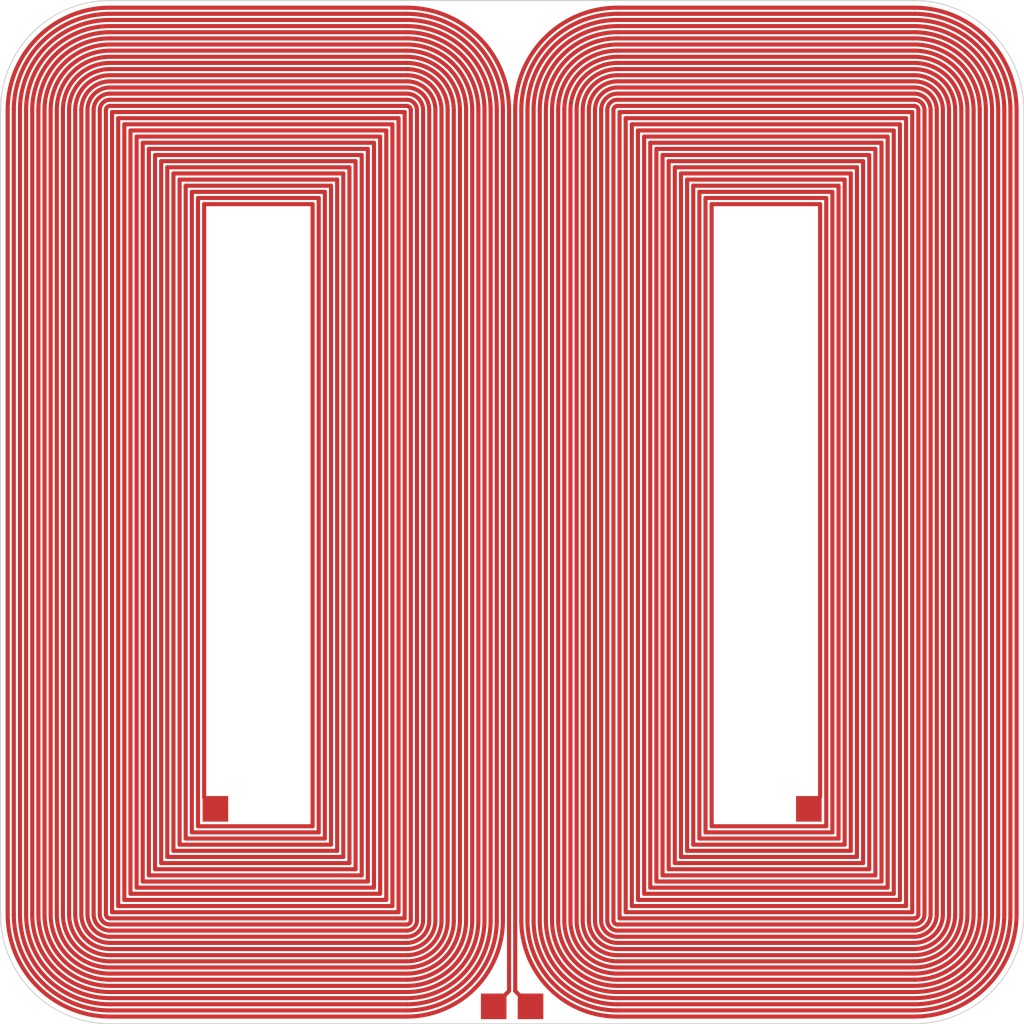
<source format=kicad_pcb>
(kicad_pcb (version 20221018) (generator pcbnew)
  (layers (0 "F.Cu" signal) (31 "B.Cu" signal) (34 "B.Paste" user) (35 "F.Paste" user) (36 "B.SilkS" user "B.Silkscreen") (37 "F.SilkS" user "F.Silkscreen") (38 "B.Mask" user) (39 "F.Mask" user) (44 "Edge.Cuts" user))
  (net 0 "")
  (footprint "MountingHole:MountingHole_2.1mm" (layer "F.Cu") (at 78 122)
    (fp_text reference "REF**" hide)
    (fp_text value "MountingHole_2.1mm" hide)
    (pad "" np_thru_hole circle (at 0 0) (size 2 2) (drill 2) (layers "*.Cu" "*.Mask"))
  )
  (footprint "MountingHole:MountingHole_2.1mm" (layer "F.Cu") (at 122 122)
    (fp_text reference "REF**" hide)
    (fp_text value "MountingHole_2.1mm" hide)
    (pad "" np_thru_hole circle (at 0 0) (size 2 2) (drill 2) (layers "*.Cu" "*.Mask"))
  )
  (footprint "clipboard:f60c125d-a46e-4052-9ba0-15b3719510b7" (layer "F.Cu") (at 71 129)
    (fp_text reference "" (at 0 0) (layer "F.SilkS") (effects (font (size 1.27 1.27))))
    (fp_text value "" (at 0 0) (layer "F.SilkS") (effects (font (size 1.27 1.27))))
    (pad "1" smd rect (at 0 0) (size 2.5 2.5) (layers "F.Cu" "F.Mask"))
  )
  (footprint "clipboard:f60c125d-a46e-4052-9ba0-15b3719510b7" (layer "F.Cu") (at 101.8 148.3)
    (fp_text reference "" (at 0 0) (layer "F.SilkS") (effects (font (size 1.27 1.27))))
    (fp_text value "" (at 0 0) (layer "F.SilkS") (effects (font (size 1.27 1.27))))
    (pad "1" smd rect (at 0 0) (size 2.5 2.5) (layers "F.Cu" "F.Mask"))
  )
  (footprint "MountingHole:MountingHole_2.1mm" (layer "F.Cu") (at 78 78)
    (fp_text reference "REF**" hide)
    (fp_text value "MountingHole_2.1mm" hide)
    (pad "" np_thru_hole circle (at 0 0) (size 2 2) (drill 2) (layers "F&B.Cu" "*.Mask"))
  )
  (footprint "MountingHole:MountingHole_2.1mm" (layer "F.Cu") (at 122 78)
    (fp_text reference "REF**" hide)
    (fp_text value "MountingHole_2.1mm" hide)
    (pad "" np_thru_hole circle (at 0 0) (size 2 2) (drill 2) (layers "*.Cu" "*.Mask"))
  )
  (footprint "clipboard:f60c125d-a46e-4052-9ba0-15b3719510b7" (layer "F.Cu") (at 129 129)
    (fp_text reference "" (at 0 0) (layer "F.SilkS") (effects (font (size 1.27 1.27))))
    (fp_text value "" (at 0 0) (layer "F.SilkS") (effects (font (size 1.27 1.27))))
    (pad "1" smd rect (at 0 0) (size 2.5 2.5) (layers "F.Cu" "F.Mask"))
  )
  (footprint "clipboard:f60c125d-a46e-4052-9ba0-15b3719510b7" (layer "F.Cu") (at 98.2 148.3)
    (fp_text reference "" (at 0 0) (layer "F.SilkS") (effects (font (size 1.27 1.27))))
    (fp_text value "" (at 0 0) (layer "F.SilkS") (effects (font (size 1.27 1.27))))
    (pad "1" smd rect (at 0 0) (size 2.5 2.5) (layers "F.Cu" "F.Mask"))
  )
  (gr_line (start 60.7 50) (end 139.3 50) (stroke (width 0.1)) (layer "Edge.Cuts"))
  (gr_arc (start 139.3 50) (mid 146.866043 53.133957) (end 150 60.7) (stroke (width 0.1)) (layer "Edge.Cuts"))
  (gr_line (start 139.3 150) (end 60.7 150) (stroke (width 0.1)) (layer "Edge.Cuts"))
  (gr_line (start 50 139.3) (end 50 60.7) (stroke (width 0.1)) (layer "Edge.Cuts"))
  (gr_arc (start 60.7 150) (mid 53.133957 146.866043) (end 50 139.3) (stroke (width 0.1)) (layer "Edge.Cuts"))
  (gr_arc (start 50 60.7) (mid 53.133957 53.133957) (end 60.7 50) (stroke (width 0.1)) (layer "Edge.Cuts"))
  (gr_arc (start 150 139.3) (mid 146.866043 146.866043) (end 139.3 150) (stroke (width 0.1)) (layer "Edge.Cuts"))
  (gr_line (start 150 60.7) (end 150 139.3) (stroke (width 0.1)) (layer "Edge.Cuts"))
  (segment (start 136.7 63.3) (end 136.7 136.7) (width 0.4) (layer "F.Cu") (net 0))
  (segment (start 88.3 62.1) (end 62.1 62.1) (width 0.4) (layer "F.Cu") (net 0))
  (segment (start 84.7 134.9) (end 84.7 65.7) (width 0.4) (layer "F.Cu") (net 0))
  (segment (start 143.3 60.7) (end 143.3 139.3) (width 0.4) (layer "F.Cu") (net 0))
  (segment (start 64.5 64.5) (end 64.5 135.5) (width 0.4) (layer "F.Cu") (net 0))
  (segment (start 110.3 54.9) (end 139.3 54.9) (width 0.4) (layer "F.Cu") (net 0))
  (segment (start 115.3 65.7) (end 134.3 65.7) (width 0.4) (layer "F.Cu") (net 0))
  (segment (start 98.5 139.9) (end 98.5 60.7) (width 0.4) (layer "F.Cu") (net 0))
  (segment (start 99.1 139.9) (end 99.1 60.7) (width 0.4) (layer "F.Cu") (net 0))
  (segment (start 65.1 65.1) (end 65.1 134.9) (width 0.4) (layer "F.Cu") (net 0))
  (segment (start 109.9 139.9) (end 109.9 60.7) (width 0.4) (layer "F.Cu") (net 0))
  (segment (start 118.3 131.9) (end 118.3 68.7) (width 0.4) (layer "F.Cu") (net 0))
  (segment (start 82.3 68.1) (end 68.1 68.1) (width 0.4) (layer "F.Cu") (net 0))
  (segment (start 110.3 52.5) (end 139.3 52.5) (width 0.4) (layer "F.Cu") (net 0))
  (segment (start 147.5 60.7) (end 147.5 139.3) (width 0.4) (layer "F.Cu") (net 0))
  (segment (start 111.1 61.5) (end 138.5 61.5) (width 0.4) (layer "F.Cu") (net 0))
  (segment (start 82.9 67.5) (end 67.5 67.5) (width 0.4) (layer "F.Cu") (net 0))
  (segment (start 81.7 68.7) (end 68.7 68.7) (width 0.4) (layer "F.Cu") (net 0))
  (segment (start 116.5 66.9) (end 133.1 66.9) (width 0.4) (layer "F.Cu") (net 0))
  (segment (start 86.5 63.9) (end 63.9 63.9) (width 0.4) (layer "F.Cu") (net 0))
  (segment (start 106.9 139.9) (end 106.9 60.7) (width 0.4) (layer "F.Cu") (net 0))
  (segment (start 146.3 60.7) (end 146.3 139.3) (width 0.4) (layer "F.Cu") (net 0))
  (segment (start 60.7 144.5) (end 89.7 144.5) (width 0.4) (layer "F.Cu") (net 0))
  (segment (start 98.2 148.3) (end 99.7 146.8) (width 0.4) (layer "F.Cu") (net 0))
  (segment (start 133.1 133.1) (end 117.1 133.1) (width 0.4) (layer "F.Cu") (net 0))
  (segment (start 89.5 60.9) (end 60.9 60.9) (width 0.4) (layer "F.Cu") (net 0))
  (segment (start 136.1 63.9) (end 136.1 136.1) (width 0.4) (layer "F.Cu") (net 0))
  (segment (start 101.5 139.9) (end 101.5 60.7) (width 0.4) (layer "F.Cu") (net 0))
  (segment (start 139.1 139.1) (end 111.1 139.1) (width 0.4) (layer "F.Cu") (net 0))
  (segment (start 97.9 139.9) (end 97.9 60.7) (width 0.4) (layer "F.Cu") (net 0))
  (segment (start 137.3 137.3) (end 112.9 137.3) (width 0.4) (layer "F.Cu") (net 0))
  (segment (start 82.3 132.5) (end 82.3 68.1) (width 0.4) (layer "F.Cu") (net 0))
  (segment (start 61.5 138.5) (end 88.3 138.5) (width 0.4) (layer "F.Cu") (net 0))
  (segment (start 143.9 60.7) (end 143.9 139.3) (width 0.4) (layer "F.Cu") (net 0))
  (segment (start 139.3 141.5) (end 110.3 141.5) (width 0.4) (layer "F.Cu") (net 0))
  (segment (start 113.5 136.7) (end 113.5 63.9) (width 0.4) (layer "F.Cu") (net 0))
  (segment (start 68.1 68.1) (end 68.1 131.9) (width 0.4) (layer "F.Cu") (net 0))
  (segment (start 139.1 60.9) (end 139.1 139.1) (width 0.4) (layer "F.Cu") (net 0))
  (segment (start 118.9 69.3) (end 130.7 69.3) (width 0.4) (layer "F.Cu") (net 0))
  (segment (start 60.7 149.3) (end 89.7 149.3) (width 0.4) (layer "F.Cu") (net 0))
  (segment (start 62.7 62.7) (end 62.7 137.3) (width 0.4) (layer "F.Cu") (net 0))
  (segment (start 59.1 60.7) (end 59.1 139.3) (width 0.4) (layer "F.Cu") (net 0))
  (segment (start 50.7 60.7) (end 50.7 139.3) (width 0.4) (layer "F.Cu") (net 0))
  (segment (start 139.3 147.5) (end 110.3 147.5) (width 0.4) (layer "F.Cu") (net 0))
  (segment (start 91.3 139.9) (end 91.3 60.7) (width 0.4) (layer "F.Cu") (net 0))
  (segment (start 96.1 139.9) (end 96.1 60.7) (width 0.4) (layer "F.Cu") (net 0))
  (segment (start 117.7 132.5) (end 117.7 68.1) (width 0.4) (layer "F.Cu") (net 0))
  (segment (start 69.9 127.9) (end 71 129) (width 0.4) (layer "F.Cu") (net 0))
  (segment (start 101.8 148.3) (end 100.3 146.8) (width 0.4) (layer "F.Cu") (net 0))
  (segment (start 117.1 133.1) (end 117.1 67.5) (width 0.4) (layer "F.Cu") (net 0))
  (segment (start 60.7 143.9) (end 89.7 143.9) (width 0.4) (layer "F.Cu") (net 0))
  (segment (start 94.3 139.9) (end 94.3 60.7) (width 0.4) (layer "F.Cu") (net 0))
  (segment (start 56.1 60.7) (end 56.1 139.3) (width 0.4) (layer "F.Cu") (net 0))
  (segment (start 141.5 60.7) (end 141.5 139.3) (width 0.4) (layer "F.Cu") (net 0))
  (segment (start 145.7 60.7) (end 145.7 139.3) (width 0.4) (layer "F.Cu") (net 0))
  (segment (start 60.7 140.9) (end 89.7 140.9) (width 0.4) (layer "F.Cu") (net 0))
  (segment (start 93.7 139.9) (end 93.7 60.7) (width 0.4) (layer "F.Cu") (net 0))
  (segment (start 114.1 64.5) (end 135.5 64.5) (width 0.4) (layer "F.Cu") (net 0))
  (segment (start 87.1 63.3) (end 63.3 63.3) (width 0.4) (layer "F.Cu") (net 0))
  (segment (start 111.1 139.1) (end 111.1 61.5) (width 0.4) (layer "F.Cu") (net 0))
  (segment (start 137.9 137.9) (end 112.3 137.9) (width 0.4) (layer "F.Cu") (net 0))
  (segment (start 132.5 132.5) (end 117.7 132.5) (width 0.4) (layer "F.Cu") (net 0))
  (segment (start 110.3 51.9) (end 139.3 51.9) (width 0.4) (layer "F.Cu") (net 0))
  (segment (start 134.3 134.3) (end 115.9 134.3) (width 0.4) (layer "F.Cu") (net 0))
  (segment (start 89.7 59.1) (end 60.7 59.1) (width 0.4) (layer "F.Cu") (net 0))
  (segment (start 119.5 69.9) (end 130.1 69.9) (width 0.4) (layer "F.Cu") (net 0))
  (segment (start 59.7 60.7) (end 59.7 139.3) (width 0.4) (layer "F.Cu") (net 0))
  (segment (start 111.7 138.5) (end 111.7 62.1) (width 0.4) (layer "F.Cu") (net 0))
  (segment (start 89.5 139.7) (end 89.5 60.9) (width 0.4) (layer "F.Cu") (net 0))
  (segment (start 112.3 62.7) (end 137.3 62.7) (width 0.4) (layer "F.Cu") (net 0))
  (segment (start 117.1 67.5) (end 132.5 67.5) (width 0.4) (layer "F.Cu") (net 0))
  (segment (start 149.3 60.7) (end 149.3 139.3) (width 0.4) (layer "F.Cu") (net 0))
  (segment (start 139.3 142.7) (end 110.3 142.7) (width 0.4) (layer "F.Cu") (net 0))
  (segment (start 60.7 141.5) (end 89.7 141.5) (width 0.4) (layer "F.Cu") (net 0))
  (segment (start 107.5 139.9) (end 107.5 60.7) (width 0.4) (layer "F.Cu") (net 0))
  (segment (start 131.9 131.9) (end 118.3 131.9) (width 0.4) (layer "F.Cu") (net 0))
  (segment (start 82.9 133.1) (end 82.9 67.5) (width 0.4) (layer "F.Cu") (net 0))
  (segment (start 110.3 51.3) (end 139.3 51.3) (width 0.4) (layer "F.Cu") (net 0))
  (segment (start 110.3 54.3) (end 139.3 54.3) (width 0.4) (layer "F.Cu") (net 0))
  (segment (start 108.7 139.9) (end 108.7 60.7) (width 0.4) (layer "F.Cu") (net 0))
  (segment (start 51.9 60.7) (end 51.9 139.3) (width 0.4) (layer "F.Cu") (net 0))
  (segment (start 145.1 60.7) (end 145.1 139.3) (width 0.4) (layer "F.Cu") (net 0))
  (segment (start 60.7 140.3) (end 89.7 140.3) (width 0.4) (layer "F.Cu") (net 0))
  (segment (start 110.3 60.3) (end 139.3 60.3) (width 0.4) (layer "F.Cu") (net 0))
  (segment (start 100.3 146.8) (end 100.3 60.7) (width 0.4) (layer "F.Cu") (net 0))
  (segment (start 113.5 63.9) (end 136.1 63.9) (width 0.4) (layer "F.Cu") (net 0))
  (segment (start 89.7 56.7) (end 60.7 56.7) (width 0.4) (layer "F.Cu") (net 0))
  (segment (start 131.3 68.7) (end 131.3 131.3) (width 0.4) (layer "F.Cu") (net 0))
  (segment (start 67.5 67.5) (end 67.5 132.5) (width 0.4) (layer "F.Cu") (net 0))
  (segment (start 96.7 139.9) (end 96.7 60.7) (width 0.4) (layer "F.Cu") (net 0))
  (segment (start 67.5 132.5) (end 82.3 132.5) (width 0.4) (layer "F.Cu") (net 0))
  (segment (start 60.7 148.7) (end 89.7 148.7) (width 0.4) (layer "F.Cu") (net 0))
  (segment (start 135.5 64.5) (end 135.5 135.5) (width 0.4) (layer "F.Cu") (net 0))
  (segment (start 108.1 139.9) (end 108.1 60.7) (width 0.4) (layer "F.Cu") (net 0))
  (segment (start 65.7 65.7) (end 65.7 134.3) (width 0.4) (layer "F.Cu") (net 0))
  (segment (start 89.7 51.9) (end 60.7 51.9) (width 0.4) (layer "F.Cu") (net 0))
  (segment (start 116.5 133.7) (end 116.5 66.9) (width 0.4) (layer "F.Cu") (net 0))
  (segment (start 136.1 136.1) (end 114.1 136.1) (width 0.4) (layer "F.Cu") (net 0))
  (segment (start 106.3 139.9) (end 106.3 60.7) (width 0.4) (layer "F.Cu") (net 0))
  (segment (start 130.7 69.3) (end 130.7 130.7) (width 0.4) (layer "F.Cu") (net 0))
  (segment (start 91.9 139.9) (end 91.9 60.7) (width 0.4) (layer "F.Cu") (net 0))
  (segment (start 57.9 60.7) (end 57.9 139.3) (width 0.4) (layer "F.Cu") (net 0))
  (segment (start 105.7 139.9) (end 105.7 60.7) (width 0.4) (layer "F.Cu") (net 0))
  (segment (start 66.9 133.1) (end 82.9 133.1) (width 0.4) (layer "F.Cu") (net 0))
  (segment (start 138.5 138.5) (end 111.7 138.5) (width 0.4) (layer "F.Cu") (net 0))
  (segment (start 137.9 62.1) (end 137.9 137.9) (width 0.4) (layer "F.Cu") (net 0))
  (segment (start 100.9 139.9) (end 100.9 60.7) (width 0.4) (layer "F.Cu") (net 0))
  (segment (start 56.7 60.7) (end 56.7 139.3) (width 0.4) (layer "F.Cu") (net 0))
  (segment (start 110.3 53.1) (end 139.3 53.1) (width 0.4) (layer "F.Cu") (net 0))
  (segment (start 99.7 146.8) (end 99.7 60.7) (width 0.4) (layer "F.Cu") (net 0))
  (segment (start 60.7 142.1) (end 89.7 142.1) (width 0.4) (layer "F.Cu") (net 0))
  (segment (start 112.3 137.9) (end 112.3 62.7) (width 0.4) (layer "F.Cu") (net 0))
  (segment (start 85.9 64.5) (end 64.5 64.5) (width 0.4) (layer "F.Cu") (net 0))
  (segment (start 89.7 51.3) (end 60.7 51.3) (width 0.4) (layer "F.Cu") (net 0))
  (segment (start 69.3 69.3) (end 69.3 130.7) (width 0.4) (layer "F.Cu") (net 0))
  (segment (start 62.7 137.3) (end 87.1 137.3) (width 0.4) (layer "F.Cu") (net 0))
  (segment (start 62.1 137.9) (end 87.7 137.9) (width 0.4) (layer "F.Cu") (net 0))
  (segment (start 118.3 68.7) (end 131.3 68.7) (width 0.4) (layer "F.Cu") (net 0))
  (segment (start 60.7 145.1) (end 89.7 145.1) (width 0.4) (layer "F.Cu") (net 0))
  (segment (start 114.7 65.1) (end 134.9 65.1) (width 0.4) (layer "F.Cu") (net 0))
  (segment (start 83.5 66.9) (end 66.9 66.9) (width 0.4) (layer "F.Cu") (net 0))
  (segment (start 87.1 137.3) (end 87.1 63.3) (width 0.4) (layer "F.Cu") (net 0))
  (segment (start 102.7 139.9) (end 102.7 60.7) (width 0.4) (layer "F.Cu") (net 0))
  (segment (start 60.7 143.3) (end 89.7 143.3) (width 0.4) (layer "F.Cu") (net 0))
  (segment (start 132.5 67.5) (end 132.5 132.5) (width 0.4) (layer "F.Cu") (net 0))
  (segment (start 60.7 145.7) (end 89.7 145.7) (width 0.4) (layer "F.Cu") (net 0))
  (segment (start 103.3 139.9) (end 103.3 60.7) (width 0.4) (layer "F.Cu") (net 0))
  (segment (start 102.1 139.9) (end 102.1 60.7) (width 0.4) (layer "F.Cu") (net 0))
  (segment (start 89.7 54.9) (end 60.7 54.9) (width 0.4) (layer "F.Cu") (net 0))
  (segment (start 62.1 62.1) (end 62.1 137.9) (width 0.4) (layer "F.Cu") (net 0))
  (segment (start 139.7 60.7) (end 139.7 139.3) (width 0.4) (layer "F.Cu") (net 0))
  (segment (start 65.1 134.9) (end 84.7 134.9) (width 0.4) (layer "F.Cu") (net 0))
  (segment (start 110.3 56.1) (end 139.3 56.1) (width 0.4) (layer "F.Cu") (net 0))
  (segment (start 133.7 133.7) (end 116.5 133.7) (width 0.4) (layer "F.Cu") (net 0))
  (segment (start 144.5 60.7) (end 144.5 139.3) (width 0.4) (layer "F.Cu") (net 0))
  (segment (start 54.3 60.7) (end 54.3 139.3) (width 0.4) (layer "F.Cu") (net 0))
  (segment (start 134.3 65.7) (end 134.3 134.3) (width 0.4) (layer "F.Cu") (net 0))
  (segment (start 60.9 139.1) (end 88.9 139.1) (width 0.4) (layer "F.Cu") (net 0))
  (segment (start 139.3 146.3) (end 110.3 146.3) (width 0.4) (layer "F.Cu") (net 0))
  (segment (start 110.3 50.7) (end 139.3 50.7) (width 0.4) (layer "F.Cu") (net 0))
  (segment (start 139.3 145.7) (end 110.3 145.7) (width 0.4) (layer "F.Cu") (net 0))
  (segment (start 69.3 130.7) (end 80.5 130.7) (width 0.4) (layer "F.Cu") (net 0))
  (segment (start 85.3 65.1) (end 65.1 65.1) (width 0.4) (layer "F.Cu") (net 0))
  (segment (start 140.3 60.7) (end 140.3 139.3) (width 0.4) (layer "F.Cu") (net 0))
  (segment (start 80.5 130.7) (end 80.5 69.9) (width 0.4) (layer "F.Cu") (net 0))
  (segment (start 114.1 136.1) (end 114.1 64.5) (width 0.4) (layer "F.Cu") (net 0))
  (segment (start 104.5 139.9) (end 104.5 60.7) (width 0.4) (layer "F.Cu") (net 0))
  (segment (start 52.5 60.7) (end 52.5 139.3) (width 0.4) (layer "F.Cu") (net 0))
  (segment (start 66.3 133.7) (end 83.5 133.7) (width 0.4) (layer "F.Cu") (net 0))
  (segment (start 110.3 57.3) (end 139.3 57.3) (width 0.4) (layer "F.Cu") (net 0))
  (segment (start 109.3 139.9) (end 109.3 60.7) (width 0.4) (layer "F.Cu") (net 0))
  (segment (start 89.7 57.3) (end 60.7 57.3) (width 0.4) (layer "F.Cu") (net 0))
  (segment (start 139.3 143.9) (end 110.3 143.9) (width 0.4) (layer "F.Cu") (net 0))
  (segment (start 148.7 60.7) (end 148.7 139.3) (width 0.4) (layer "F.Cu") (net 0))
  (segment (start 112.9 137.3) (end 112.9 63.3) (width 0.4) (layer "F.Cu") (net 0))
  (segment (start 146.9 60.7) (end 146.9 139.3) (width 0.4) (layer "F.Cu") (net 0))
  (segment (start 89.7 59.7) (end 60.7 59.7) (width 0.4) (layer "F.Cu") (net 0))
  (segment (start 89.7 54.3) (end 60.7 54.3) (width 0.4) (layer "F.Cu") (net 0))
  (segment (start 63.3 63.3) (end 63.3 136.7) (width 0.4) (layer "F.Cu") (net 0))
  (segment (start 60.7 146.9) (end 89.7 146.9) (width 0.4) (layer "F.Cu") (net 0))
  (segment (start 110.3 56.7) (end 139.3 56.7) (width 0.4) (layer "F.Cu") (net 0))
  (segment (start 94.9 139.9) (end 94.9 60.7) (width 0.4) (layer "F.Cu") (net 0))
  (segment (start 61.5 61.5) (end 61.5 138.5) (width 0.4) (layer "F.Cu") (net 0))
  (segment (start 112.9 63.3) (end 136.7 63.3) (width 0.4) (layer "F.Cu") (net 0))
  (segment (start 89.7 53.7) (end 60.7 53.7) (width 0.4) (layer "F.Cu") (net 0))
  (segment (start 137.3 62.7) (end 137.3 137.3) (width 0.4) (layer "F.Cu") (net 0))
  (segment (start 139.3 148.7) (end 110.3 148.7) (width 0.4) (layer "F.Cu") (net 0))
  (segment (start 54.9 60.7) (end 54.9 139.3) (width 0.4) (layer "F.Cu") (net 0))
  (segment (start 134.9 134.9) (end 115.3 134.9) (width 0.4) (layer "F.Cu") (net 0))
  (segment (start 55.5 60.7) (end 55.5 139.3) (width 0.4) (layer "F.Cu") (net 0))
  (segment (start 81.1 69.3) (end 69.3 69.3) (width 0.4) (layer "F.Cu") (net 0))
  (segment (start 110.5 139.7) (end 110.5 60.9) (width 0.4) (layer "F.Cu") (net 0))
  (segment (start 51.3 60.7) (end 51.3 139.3) (width 0.4) (layer "F.Cu") (net 0))
  (segment (start 92.5 139.9) (end 92.5 60.7) (width 0.4) (layer "F.Cu") (net 0))
  (segment (start 60.7 147.5) (end 89.7 147.5) (width 0.4) (layer "F.Cu") (net 0))
  (segment (start 63.9 63.9) (end 63.9 136.1) (width 0.4) (layer "F.Cu") (net 0))
  (segment (start 69.9 69.9) (end 69.9 127.9) (width 0.4) (layer "F.Cu") (net 0))
  (segment (start 115.9 134.3) (end 115.9 66.3) (width 0.4) (layer "F.Cu") (net 0))
  (segment (start 139.3 144.5) (end 110.3 144.5) (width 0.4) (layer "F.Cu") (net 0))
  (segment (start 110.3 59.7) (end 139.3 59.7) (width 0.4) (layer "F.Cu") (net 0))
  (segment (start 131.3 131.3) (end 118.9 131.3) (width 0.4) (layer "F.Cu") (net 0))
  (segment (start 87.7 62.7) (end 62.7 62.7) (width 0.4) (layer "F.Cu") (net 0))
  (segment (start 53.1 60.7) (end 53.1 139.3) (width 0.4) (layer "F.Cu") (net 0))
  (segment (start 89.7 57.9) (end 60.7 57.9) (width 0.4) (layer "F.Cu") (net 0))
  (segment (start 58.5 60.7) (end 58.5 139.3) (width 0.4) (layer "F.Cu") (net 0))
  (segment (start 80.5 69.9) (end 69.9 69.9) (width 0.4) (layer "F.Cu") (net 0))
  (segment (start 89.7 52.5) (end 60.7 52.5) (width 0.4) (layer "F.Cu") (net 0))
  (segment (start 142.1 60.7) (end 142.1 139.3) (width 0.4) (layer "F.Cu") (net 0))
  (segment (start 68.7 68.7) (end 68.7 131.3) (width 0.4) (layer "F.Cu") (net 0))
  (segment (start 133.7 66.3) (end 133.7 133.7) (width 0.4) (layer "F.Cu") (net 0))
  (segment (start 85.3 135.5) (end 85.3 65.1) (width 0.4) (layer "F.Cu") (net 0))
  (segment (start 89.7 58.5) (end 60.7 58.5) (width 0.4) (layer "F.Cu") (net 0))
  (segment (start 87.7 137.9) (end 87.7 62.7) (width 0.4) (layer "F.Cu") (net 0))
  (segment (start 88.9 139.1) (end 88.9 61.5) (width 0.4) (layer "F.Cu") (net 0))
  (segment (start 139.3 148.1) (end 110.3 148.1) (width 0.4) (layer "F.Cu") (net 0))
  (segment (start 111.7 62.1) (end 137.9 62.1) (width 0.4) (layer "F.Cu") (net 0))
  (segment (start 133.1 66.9) (end 133.1 133.1) (width 0.4) (layer "F.Cu") (net 0))
  (segment (start 64.5 135.5) (end 85.3 135.5) (width 0.4) (layer "F.Cu") (net 0))
  (segment (start 89.7 53.1) (end 60.7 53.1) (width 0.4) (layer "F.Cu") (net 0))
  (segment (start 88.3 138.5) (end 88.3 62.1) (width 0.4) (layer "F.Cu") (net 0))
  (segment (start 130.1 127.8) (end 128.9 129) (width 0.4) (layer "F.Cu") (net 0))
  (segment (start 138.5 61.5) (end 138.5 138.5) (width 0.4) (layer "F.Cu") (net 0))
  (segment (start 68.7 131.3) (end 81.1 131.3) (width 0.4) (layer "F.Cu") (net 0))
  (segment (start 66.9 66.9) (end 66.9 133.1) (width 0.4) (layer "F.Cu") (net 0))
  (segment (start 110.5 60.9) (end 139.1 60.9) (width 0.4) (layer "F.Cu") (net 0))
  (segment (start 135.5 135.5) (end 114.7 135.5) (width 0.4) (layer "F.Cu") (net 0))
  (segment (start 119.5 130.7) (end 119.5 69.9) (width 0.4) (layer "F.Cu") (net 0))
  (segment (start 139.3 145.1) (end 110.3 145.1) (width 0.4) (layer "F.Cu") (net 0))
  (segment (start 81.1 131.3) (end 81.1 69.3) (width 0.4) (layer "F.Cu") (net 0))
  (segment (start 89.7 56.1) (end 60.7 56.1) (width 0.4) (layer "F.Cu") (net 0))
  (segment (start 84.7 65.7) (end 65.7 65.7) (width 0.4) (layer "F.Cu") (net 0))
  (segment (start 110.3 59.1) (end 139.3 59.1) (width 0.4) (layer "F.Cu") (net 0))
  (segment (start 105.1 139.9) (end 105.1 60.7) (width 0.4) (layer "F.Cu") (net 0))
  (segment (start 110.3 57.9) (end 139.3 57.9) (width 0.4) (layer "F.Cu") (net 0))
  (segment (start 60.7 139.7) (end 89.5 139.7) (width 0.4) (layer "F.Cu") (net 0))
  (segment (start 139.3 140.9) (end 110.3 140.9) (width 0.4) (layer "F.Cu") (net 0))
  (segment (start 65.7 134.3) (end 84.1 134.3) (width 0.4) (layer "F.Cu") (net 0))
  (segment (start 89.7 55.5) (end 60.7 55.5) (width 0.4) (layer "F.Cu") (net 0))
  (segment (start 89.7 60.3) (end 60.7 60.3) (width 0.4) (layer "F.Cu") (net 0))
  (segment (start 139.3 142.1) (end 110.3 142.1) (width 0.4) (layer "F.Cu") (net 0))
  (segment (start 118.9 131.3) (end 118.9 69.3) (width 0.4) (layer "F.Cu") (net 0))
  (segment (start 110.3 58.5) (end 139.3 58.5) (width 0.4) (layer "F.Cu") (net 0))
  (segment (start 66.3 66.3) (end 66.3 133.7) (width 0.4) (layer "F.Cu") (net 0))
  (segment (start 139.3 140.3) (end 110.3 140.3) (width 0.4) (layer "F.Cu") (net 0))
  (segment (start 110.3 53.7) (end 139.3 53.7) (width 0.4) (layer "F.Cu") (net 0))
  (segment (start 139.3 146.9) (end 110.3 146.9) (width 0.4) (layer "F.Cu") (net 0))
  (segment (start 139.3 139.7) (end 110.5 139.7) (width 0.4) (layer "F.Cu") (net 0))
  (segment (start 90.1 139.9) (end 90.1 60.7) (width 0.4) (layer "F.Cu") (net 0))
  (segment (start 136.7 136.7) (end 113.5 136.7) (width 0.4) (layer "F.Cu") (net 0))
  (segment (start 115.9 66.3) (end 133.7 66.3) (width 0.4) (layer "F.Cu") (net 0))
  (segment (start 130.1 69.9) (end 130.1 127.8) (width 0.4) (layer "F.Cu") (net 0))
  (segment (start 139.3 149.3) (end 110.3 149.3) (width 0.4) (layer "F.Cu") (net 0))
  (segment (start 60.3 60.7) (end 60.3 139.3) (width 0.4) (layer "F.Cu") (net 0))
  (segment (start 110.3 55.5) (end 139.3 55.5) (width 0.4) (layer "F.Cu") (net 0))
  (segment (start 86.5 136.7) (end 86.5 63.9) (width 0.4) (layer "F.Cu") (net 0))
  (segment (start 85.9 136.1) (end 85.9 64.5) (width 0.4) (layer "F.Cu") (net 0))
  (segment (start 84.1 66.3) (end 66.3 66.3) (width 0.4) (layer "F.Cu") (net 0))
  (segment (start 93.1 139.9) (end 93.1 60.7) (width 0.4) (layer "F.Cu") (net 0))
  (segment (start 57.3 60.7) (end 57.3 139.3) (width 0.4) (layer "F.Cu") (net 0))
  (segment (start 95.5 139.9) (end 95.5 60.7) (width 0.4) (layer "F.Cu") (net 0))
  (segment (start 97.3 139.9) (end 97.3 60.7) (width 0.4) (layer "F.Cu") (net 0))
  (segment (start 115.3 134.9) (end 115.3 65.7) (width 0.4) (layer "F.Cu") (net 0))
  (segment (start 117.7 68.1) (end 131.9 68.1) (width 0.4) (layer "F.Cu") (net 0))
  (segment (start 60.7 142.7) (end 89.7 142.7) (width 0.4) (layer "F.Cu") (net 0))
  (segment (start 63.9 136.1) (end 85.9 136.1) (width 0.4) (layer "F.Cu") (net 0))
  (segment (start 60.7 148.1) (end 89.7 148.1) (width 0.4) (layer "F.Cu") (net 0))
  (segment (start 89.7 50.7) (end 60.7 50.7) (width 0.4) (layer "F.Cu") (net 0))
  (segment (start 63.3 136.7) (end 86.5 136.7) (width 0.4) (layer "F.Cu") (net 0))
  (segment (start 131.9 68.1) (end 131.9 131.9) (width 0.4) (layer "F.Cu") (net 0))
  (segment (start 130.7 130.7) (end 119.5 130.7) (width 0.4) (layer "F.Cu") (net 0))
  (segment (start 68.1 131.9) (end 81.7 131.9) (width 0.4) (layer "F.Cu") (net 0))
  (segment (start 88.9 61.5) (end 61.5 61.5) (width 0.4) (layer "F.Cu") (net 0))
  (segment (start 84.1 134.3) (end 84.1 66.3) (width 0.4) (layer "F.Cu") (net 0))
  (segment (start 53.7 60.7) (end 53.7 139.3) (width 0.4) (layer "F.Cu") (net 0))
  (segment (start 140.9 60.7) (end 140.9 139.3) (width 0.4) (layer "F.Cu") (net 0))
  (segment (start 142.7 60.7) (end 142.7 139.3) (width 0.4) (layer "F.Cu") (net 0))
  (segment (start 60.9 60.9) (end 60.9 139.1) (width 0.4) (layer "F.Cu") (net 0))
  (segment (start 114.7 135.5) (end 114.7 65.1) (width 0.4) (layer "F.Cu") (net 0))
  (segment (start 90.7 139.9) (end 90.7 60.7) (width 0.4) (layer "F.Cu") (net 0))
  (segment (start 83.5 133.7) (end 83.5 66.9) (width 0.4) (layer "F.Cu") (net 0))
  (segment (start 148.1 60.7) (end 148.1 139.3) (width 0.4) (layer "F.Cu") (net 0))
  (segment (start 134.9 65.1) (end 134.9 134.9) (width 0.4) (layer "F.Cu") (net 0))
  (segment (start 81.7 131.9) (end 81.7 68.7) (width 0.4) (layer "F.Cu") (net 0))
  (segment (start 139.3 143.3) (end 110.3 143.3) (width 0.4) (layer "F.Cu") (net 0))
  (segment (start 103.9 139.9) (end 103.9 60.7) (width 0.4) (layer "F.Cu") (net 0))
  (segment (start 60.7 146.3) (end 89.7 146.3) (width 0.4) (layer "F.Cu") (net 0))
  (arc (start 60.7 51.3) (mid 54.053196 54.053196) (end 51.3 60.7) (width 0.4) (layer "F.Cu") (net 0))
  (arc (start 94.3 60.7) (mid 92.952691 57.447309) (end 89.7 56.1) (width 0.4) (layer "F.Cu") (net 0))
  (arc (start 109.9 60.7) (mid 110.017157 60.417157) (end 110.3 60.3) (width 0.4) (layer "F.Cu") (net 0))
  (arc (start 110.3 141.5) (mid 109.168629 141.031371) (end 108.7 139.9) (width 0.4) (layer "F.Cu") (net 0))
  (arc (start 110.3 148.1) (mid 104.501724 145.698276) (end 102.1 139.9) (width 0.4) (layer "F.Cu") (net 0))
  (arc (start 59.7 139.3) (mid 59.992893 140.007107) (end 60.7 140.3) (width 0.4) (layer "F.Cu") (net 0))
  (arc (start 105.7 60.7) (mid 107.047309 57.447309) (end 110.3 56.1) (width 0.4) (layer "F.Cu") (net 0))
  (arc (start 58.5 139.3) (mid 59.144365 140.855635) (end 60.7 141.5) (width 0.4) (layer "F.Cu") (net 0))
  (arc (start 100.3 60.7) (mid 103.228932 53.628932) (end 110.3 50.7) (width 0.4) (layer "F.Cu") (net 0))
  (arc (start 110.3 143.3) (mid 107.895837 142.304163) (end 106.9 139.9) (width 0.4) (layer "F.Cu") (net 0))
  (arc (start 89.7 145.7) (mid 93.801219 144.001219) (end 95.5 139.9) (width 0.4) (layer "F.Cu") (net 0))
  (arc (start 89.7 146.3) (mid 94.225483 144.425483) (end 96.1 139.9) (width 0.4) (layer "F.Cu") (net 0))
  (arc (start 60.7 57.9) (mid 58.720101 58.720101) (end 57.9 60.7) (width 0.4) (layer "F.Cu") (net 0))
  (arc (start 139.3 54.3) (mid 143.825483 56.174517) (end 145.7 60.7) (width 0.4) (layer "F.Cu") (net 0))
  (arc (start 99.7 60.7) (mid 96.771068 53.628932) (end 89.7 50.7) (width 0.4) (layer "F.Cu") (net 0))
  (arc (start 139.3 56.7) (mid 142.128427 57.871573) (end 143.3 60.7) (width 0.4) (layer "F.Cu") (net 0))
  (arc (start 60.7 55.5) (mid 57.023045 57.023045) (end 55.5 60.7) (width 0.4) (layer "F.Cu") (net 0))
  (arc (start 142.1 139.3) (mid 141.279899 141.279899) (end 139.3 142.1) (width 0.4) (layer "F.Cu") (net 0))
  (arc (start 89.7 149.3) (mid 96.346804 146.546804) (end 99.1 139.9) (width 0.4) (layer "F.Cu") (net 0))
  (arc (start 60.3 139.3) (mid 60.417157 139.582843) (end 60.7 139.7) (width 0.4) (layer "F.Cu") (net 0))
  (arc (start 139.3 60.3) (mid 139.582843 60.417157) (end 139.7 60.7) (width 0.4) (layer "F.Cu") (net 0))
  (arc (start 139.3 53.1) (mid 144.674012 55.325988) (end 146.9 60.7) (width 0.4) (layer "F.Cu") (net 0))
  (arc (start 51.3 139.3) (mid 54.053196 145.946804) (end 60.7 148.7) (width 0.4) (layer "F.Cu") (net 0))
  (arc (start 91.3 60.7) (mid 90.831371 59.568629) (end 89.7 59.1) (width 0.4) (layer "F.Cu") (net 0))
  (arc (start 98.5 60.7) (mid 95.92254 54.47746) (end 89.7 51.9) (width 0.4) (layer "F.Cu") (net 0))
  (arc (start 141.5 139.3) (mid 140.855635 140.855635) (end 139.3 141.5) (width 0.4) (layer "F.Cu") (net 0))
  (arc (start 57.9 139.3) (mid 58.720101 141.279899) (end 60.7 142.1) (width 0.4) (layer "F.Cu") (net 0))
  (arc (start 110.3 147.5) (mid 104.925988 145.274012) (end 102.7 139.9) (width 0.4) (layer "F.Cu") (net 0))
  (arc (start 139.7 139.3) (mid 139.582843 139.582843) (end 139.3 139.7) (width 0.4) (layer "F.Cu") (net 0))
  (arc (start 104.5 60.7) (mid 106.198781 56.598781) (end 110.3 54.9) (width 0.4) (layer "F.Cu") (net 0))
  (arc (start 97.9 60.7) (mid 95.498276 54.901724) (end 89.7 52.5) (width 0.4) (layer "F.Cu") (net 0))
  (arc (start 139.3 51.9) (mid 145.52254 54.47746) (end 148.1 60.7) (width 0.4) (layer "F.Cu") (net 0))
  (arc (start 99.1 60.7) (mid 96.346804 54.053196) (end 89.7 51.3) (width 0.4) (layer "F.Cu") (net 0))
  (arc (start 56.7 139.3) (mid 57.871573 142.128427) (end 60.7 143.3) (width 0.4) (layer "F.Cu") (net 0))
  (arc (start 139.3 57.9) (mid 141.279899 58.720101) (end 142.1 60.7) (width 0.4) (layer "F.Cu") (net 0))
  (arc (start 96.7 60.7) (mid 94.649747 55.750253) (end 89.7 53.7) (width 0.4) (layer "F.Cu") (net 0))
  (arc (start 110.3 146.9) (mid 105.350253 144.849747) (end 103.3 139.9) (width 0.4) (layer "F.Cu") (net 0))
  (arc (start 89.7 143.9) (mid 92.528427 142.728427) (end 93.7 139.9) (width 0.4) (layer "F.Cu") (net 0))
  (arc (start 52.5 139.3) (mid 54.901724 145.098276) (end 60.7 147.5) (width 0.4) (layer "F.Cu") (net 0))
  (arc (start 100.9 60.7) (mid 103.653196 54.053196) (end 110.3 51.3) (width 0.4) (layer "F.Cu") (net 0))
  (arc (start 89.7 142.7) (mid 91.679899 141.879899) (end 92.5 139.9) (width 0.4) (layer "F.Cu") (net 0))
  (arc (start 146.3 139.3) (mid 144.249747 144.249747) (end 139.3 146.3) (width 0.4) (layer "F.Cu") (net 0))
  (arc (start 54.3 139.3) (mid 56.174517 143.825483) (end 60.7 145.7) (width 0.4) (layer "F.Cu") (net 0))
  (arc (start 103.9 60.7) (mid 105.774517 56.174517) (end 110.3 54.3) (width 0.4) (layer "F.Cu") (net 0))
  (arc (start 90.1 60.7) (mid 89.982843 60.417157) (end 89.7 60.3) (width 0.4) (layer "F.Cu") (net 0))
  (arc (start 110.3 145.7) (mid 106.198781 144.001219) (end 104.5 139.9) (width 0.4) (layer "F.Cu") (net 0))
  (arc (start 139.3 51.3) (mid 145.946804 54.053196) (end 148.7 60.7) (width 0.4) (layer "F.Cu") (net 0))
  (arc (start 140.9 139.3) (mid 140.431371 140.431371) (end 139.3 140.9) (width 0.4) (layer "F.Cu") (net 0))
  (arc (start 105.1 60.7) (mid 106.623045 57.023045) (end 110.3 55.5) (width 0.4) (layer "F.Cu") (net 0))
  (arc (start 89.7 140.9) (mid 90.407107 140.607107) (end 90.7 139.9) (width 0.4) (layer "F.Cu") (net 0))
  (arc (start 60.7 56.1) (mid 57.447309 57.447309) (end 56.1 60.7) (width 0.4) (layer "F.Cu") (net 0))
  (arc (start 140.3 139.3) (mid 140.007107 140.007107) (end 139.3 140.3) (width 0.4) (layer "F.Cu") (net 0))
  (arc (start 55.5 139.3) (mid 57.023045 142.976955) (end 60.7 144.5) (width 0.4) (layer "F.Cu") (net 0))
  (arc (start 59.1 139.3) (mid 59.568629 140.431371) (end 60.7 140.9) (width 0.4) (layer "F.Cu") (net 0))
  (arc (start 139.3 50.7) (mid 146.371068 53.628932) (end 149.3 60.7) (width 0.4) (layer "F.Cu") (net 0))
  (arc (start 139.3 55.5) (mid 142.976955 57.023045) (end 144.5 60.7) (width 0.4) (layer "F.Cu") (net 0))
  (arc (start 106.3 60.7) (mid 107.471573 57.871573) (end 110.3 56.7) (width 0.4) (layer "F.Cu") (net 0))
  (arc (start 97.3 60.7) (mid 95.074012 55.325988) (end 89.7 53.1) (width 0.4) (layer "F.Cu") (net 0))
  (arc (start 145.7 139.3) (mid 143.825483 143.825483) (end 139.3 145.7) (width 0.4) (layer "F.Cu") (net 0))
  (arc (start 94.9 60.7) (mid 93.376955 57.023045) (end 89.7 55.5) (width 0.4) (layer "F.Cu") (net 0))
  (arc (start 110.3 142.1) (mid 108.744365 141.455635) (end 108.1 139.9) (width 0.4) (layer "F.Cu") (net 0))
  (arc (start 89.7 148.7) (mid 95.92254 146.12254) (end 98.5 139.9) (width 0.4) (layer "F.Cu") (net 0))
  (arc (start 110.3 148.7) (mid 104.07746 146.12254) (end 101.5 139.9) (width 0.4) (layer "F.Cu") (net 0))
  (arc (start 144.5 139.3) (mid 142.976955 142.976955) (end 139.3 144.5) (width 0.4) (layer "F.Cu") (net 0))
  (arc (start 89.7 148.1) (mid 95.498276 145.698276) (end 97.9 139.9) (width 0.4) (layer "F.Cu") (net 0))
  (arc (start 53.7 139.3) (mid 55.750253 144.249747) (end 60.7 146.3) (width 0.4) (layer "F.Cu") (net 0))
  (arc (start 139.3 58.5) (mid 140.855635 59.144365) (end 141.5 60.7) (width 0.4) (layer "F.Cu") (net 0))
  (arc (start 51.9 139.3) (mid 54.47746 145.52254) (end 60.7 148.1) (width 0.4) (layer "F.Cu") (net 0))
  (arc (start 110.3 143.9) (mid 107.471573 142.728427) (end 106.3 139.9) (width 0.4) (layer "F.Cu") (net 0))
  (arc (start 60.7 57.3) (mid 58.295837 58.295837) (end 57.3 60.7) (width 0.4) (layer "F.Cu") (net 0))
  (arc (start 103.3 60.7) (mid 105.350253 55.750253) (end 110.3 53.7) (width 0.4) (layer "F.Cu") (net 0))
  (arc (start 101.5 60.7) (mid 104.07746 54.47746) (end 110.3 51.9) (width 0.4) (layer "F.Cu") (net 0))
  (arc (start 142.7 139.3) (mid 141.704163 141.704163) (end 139.3 142.7) (width 0.4) (layer "F.Cu") (net 0))
  (arc (start 89.7 147.5) (mid 95.074012 145.274012) (end 97.3 139.9) (width 0.4) (layer "F.Cu") (net 0))
  (arc (start 60.7 56.7) (mid 57.871573 57.871573) (end 56.7 60.7) (width 0.4) (layer "F.Cu") (net 0))
  (arc (start 139.3 54.9) (mid 143.401219 56.598781) (end 145.1 60.7) (width 0.4) (layer "F.Cu") (net 0))
  (arc (start 110.3 146.3) (mid 105.774517 144.425483) (end 103.9 139.9) (width 0.4) (layer "F.Cu") (net 0))
  (arc (start 143.3 139.3) (mid 142.128427 142.128427) (end 139.3 143.3) (width 0.4) (layer "F.Cu") (net 0))
  (arc (start 60.7 54.9) (mid 56.598781 56.598781) (end 54.9 60.7) (width 0.4) (layer "F.Cu") (net 0))
  (arc (start 149.3 139.3) (mid 146.371068 146.371068) (end 139.3 149.3) (width 0.4) (layer "F.Cu") (net 0))
  (arc (start 110.3 149.3) (mid 103.653196 146.546804) (end 100.9 139.9) (width 0.4) (layer "F.Cu") (net 0))
  (arc (start 89.7 141.5) (mid 90.831371 141.031371) (end 91.3 139.9) (width 0.4) (layer "F.Cu") (net 0))
  (arc (start 93.7 60.7) (mid 92.528427 57.871573) (end 89.7 56.7) (width 0.4) (layer "F.Cu") (net 0))
  (arc (start 109.3 60.7) (mid 109.592893 59.992893) (end 110.3 59.7) (width 0.4) (layer "F.Cu") (net 0))
  (arc (start 102.1 60.7) (mid 104.501724 54.901724) (end 110.3 52.5) (width 0.4) (layer "F.Cu") (net 0))
  (arc (start 60.7 60.3) (mid 60.417157 60.417157) (end 60.3 60.7) (width 0.4) (layer "F.Cu") (net 0))
  (arc (start 50.7 139.3) (mid 53.628932 146.371068) (end 60.7 149.3) (width 0.4) (layer "F.Cu") (net 0))
  (arc (start 147.5 139.3) (mid 145.098276 145.098276) (end 139.3 147.5) (width 0.4) (layer "F.Cu") (net 0))
  (arc (start 143.9 139.3) (mid 142.552691 142.552691) (end 139.3 143.9) (width 0.4) (layer "F.Cu") (net 0))
  (arc (start 53.1 139.3) (mid 55.325988 144.674012) (end 60.7 146.9) (width 0.4) (layer "F.Cu") (net 0))
  (arc (start 145.1 139.3) (mid 143.401219 143.401219) (end 139.3 145.1) (width 0.4) (layer "F.Cu") (net 0))
  (arc (start 89.7 142.1) (mid 91.255635 141.455635) (end 91.9 139.9) (width 0.4) (layer "F.Cu") (net 0))
  (arc (start 110.3 144.5) (mid 107.047309 143.152691) (end 105.7 139.9) (width 0.4) (layer "F.Cu") (net 0))
  (arc (start 139.3 53.7) (mid 144.249747 55.750253) (end 146.3 60.7) (width 0.4) (layer "F.Cu") (net 0))
  (arc (start 96.1 60.7) (mid 94.225483 56.174517) (end 89.7 54.3) (width 0.4) (layer "F.Cu") (net 0))
  (arc (start 93.1 60.7) (mid 92.104163 58.295837) (end 89.7 57.3) (width 0.4) (layer "F.Cu") (net 0))
  (arc (start 54.9 139.3) (mid 56.598781 143.401219) (end 60.7 145.1) (width 0.4) (layer "F.Cu") (net 0))
  (arc (start 60.7 53.1) (mid 55.325988 55.325988) (end 53.1 60.7) (width 0.4) (layer "F.Cu") (net 0))
  (arc (start 89.7 140.3) (mid 89.982843 140.182843) (end 90.1 139.9) (width 0.4) (layer "F.Cu") (net 0))
  (arc (start 60.7 52.5) (mid 54.901724 54.901724) (end 52.5 60.7) (width 0.4) (layer "F.Cu") (net 0))
  (arc (start 91.9 60.7) (mid 91.255635 59.144365) (end 89.7 58.5) (width 0.4) (layer "F.Cu") (net 0))
  (arc (start 89.7 144.5) (mid 92.952691 143.152691) (end 94.3 139.9) (width 0.4) (layer "F.Cu") (net 0))
  (arc (start 60.7 53.7) (mid 55.750253 55.750253) (end 53.7 60.7) (width 0.4) (layer "F.Cu") (net 0))
  (arc (start 110.3 140.3) (mid 110.017157 140.182843) (end 109.9 139.9) (width 0.4) (layer "F.Cu") (net 0))
  (arc (start 60.7 54.3) (mid 56.174517 56.174517) (end 54.3 60.7) (width 0.4) (layer "F.Cu") (net 0))
  (arc (start 102.7 60.7) (mid 104.925988 55.325988) (end 110.3 53.1) (width 0.4) (layer "F.Cu") (net 0))
  (arc (start 106.9 60.7) (mid 107.895837 58.295837) (end 110.3 57.3) (width 0.4) (layer "F.Cu") (net 0))
  (arc (start 146.9 139.3) (mid 144.674012 144.674012) (end 139.3 146.9) (width 0.4) (layer "F.Cu") (net 0))
  (arc (start 60.7 51.9) (mid 54.47746 54.47746) (end 51.9 60.7) (width 0.4) (layer "F.Cu") (net 0))
  (arc (start 60.7 59.1) (mid 59.568629 59.568629) (end 59.1 60.7) (width 0.4) (layer "F.Cu") (net 0))
  (arc (start 139.3 59.7) (mid 140.007107 59.992893) (end 140.3 60.7) (width 0.4) (layer "F.Cu") (net 0))
  (arc (start 89.7 143.3) (mid 92.104163 142.304163) (end 93.1 139.9) (width 0.4) (layer "F.Cu") (net 0))
  (arc (start 57.3 139.3) (mid 58.295837 141.704163) (end 60.7 142.7) (width 0.4) (layer "F.Cu") (net 0))
  (arc (start 108.1 60.7) (mid 108.744365 59.144365) (end 110.3 58.5) (width 0.4) (layer "F.Cu") (net 0))
  (arc (start 139.3 59.1) (mid 140.431371 59.568629) (end 140.9 60.7) (width 0.4) (layer "F.Cu") (net 0))
  (arc (start 139.3 52.5) (mid 145.098276 54.901724) (end 147.5 60.7) (width 0.4) (layer "F.Cu") (net 0))
  (arc (start 110.3 140.9) (mid 109.592893 140.607107) (end 109.3 139.9) (width 0.4) (layer "F.Cu") (net 0))
  (arc (start 60.7 50.7) (mid 53.628932 53.628932) (end 50.7 60.7) (width 0.4) (layer "F.Cu") (net 0))
  (arc (start 95.5 60.7) (mid 93.801219 56.598781) (end 89.7 54.9) (width 0.4) (layer "F.Cu") (net 0))
  (arc (start 60.7 58.5) (mid 59.144365 59.144365) (end 58.5 60.7) (width 0.4) (layer "F.Cu") (net 0))
  (arc (start 89.7 146.9) (mid 94.649747 144.849747) (end 96.7 139.9) (width 0.4) (layer "F.Cu") (net 0))
  (arc (start 139.3 57.3) (mid 141.704163 58.295837) (end 142.7 60.7) (width 0.4) (layer "F.Cu") (net 0))
  (arc (start 90.7 60.7) (mid 90.407107 59.992893) (end 89.7 59.7) (width 0.4) (layer "F.Cu") (net 0))
  (arc (start 60.7 59.7) (mid 59.992893 59.992893) (end 59.7 60.7) (width 0.4) (layer "F.Cu") (net 0))
  (arc (start 92.5 60.7) (mid 91.679899 58.720101) (end 89.7 57.9) (width 0.4) (layer "F.Cu") (net 0))
  (arc (start 89.7 145.1) (mid 93.376955 143.576955) (end 94.9 139.9) (width 0.4) (layer "F.Cu") (net 0))
  (arc (start 107.5 60.7) (mid 108.320101 58.720101) (end 110.3 57.9) (width 0.4) (layer "F.Cu") (net 0))
  (arc (start 56.1 139.3) (mid 57.447309 142.552691) (end 60.7 143.9) (width 0.4) (layer "F.Cu") (net 0))
  (arc (start 148.1 139.3) (mid 145.52254 145.52254) (end 139.3 148.1) (width 0.4) (layer "F.Cu") (net 0))
  (arc (start 108.7 60.7) (mid 109.168629 59.568629) (end 110.3 59.1) (width 0.4) (layer "F.Cu") (net 0))
  (arc (start 148.7 139.3) (mid 145.946804 145.946804) (end 139.3 148.7) (width 0.4) (layer "F.Cu") (net 0))
  (arc (start 139.3 56.1) (mid 142.552691 57.447309) (end 143.9 60.7) (width 0.4) (layer "F.Cu") (net 0))
  (arc (start 110.3 142.7) (mid 108.320101 141.879899) (end 107.5 139.9) (width 0.4) (layer "F.Cu") (net 0))
  (arc (start 110.3 145.1) (mid 106.623045 143.576955) (end 105.1 139.9) (width 0.4) (layer "F.Cu") (net 0))
)
</source>
